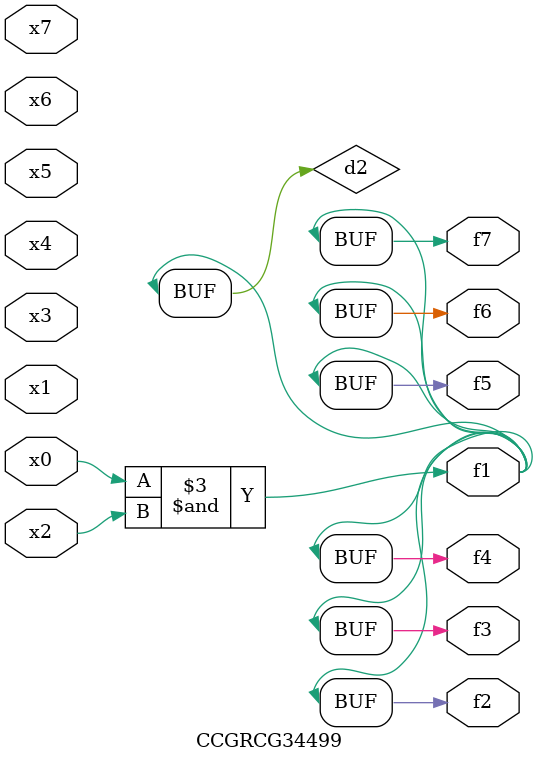
<source format=v>
module CCGRCG34499(
	input x0, x1, x2, x3, x4, x5, x6, x7,
	output f1, f2, f3, f4, f5, f6, f7
);

	wire d1, d2;

	nor (d1, x3, x6);
	and (d2, x0, x2);
	assign f1 = d2;
	assign f2 = d2;
	assign f3 = d2;
	assign f4 = d2;
	assign f5 = d2;
	assign f6 = d2;
	assign f7 = d2;
endmodule

</source>
